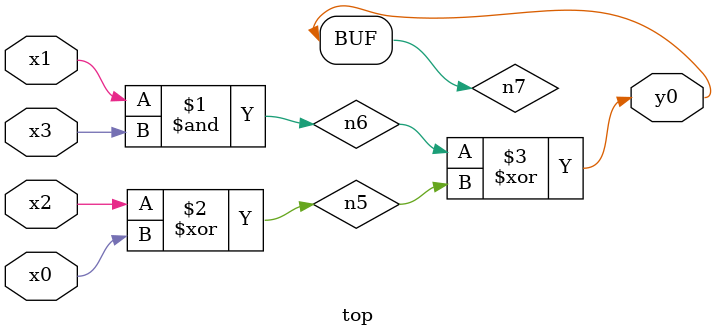
<source format=v>
module top( x0 , x1 , x2 , x3 , y0 );
  input x0 , x1 , x2 , x3 ;
  output y0 ;
  wire n5 , n6 , n7 ;
  assign n6 = x1 & x3 ;
  assign n5 = x2 ^ x0 ;
  assign n7 = n6 ^ n5 ;
  assign y0 = n7 ;
endmodule

</source>
